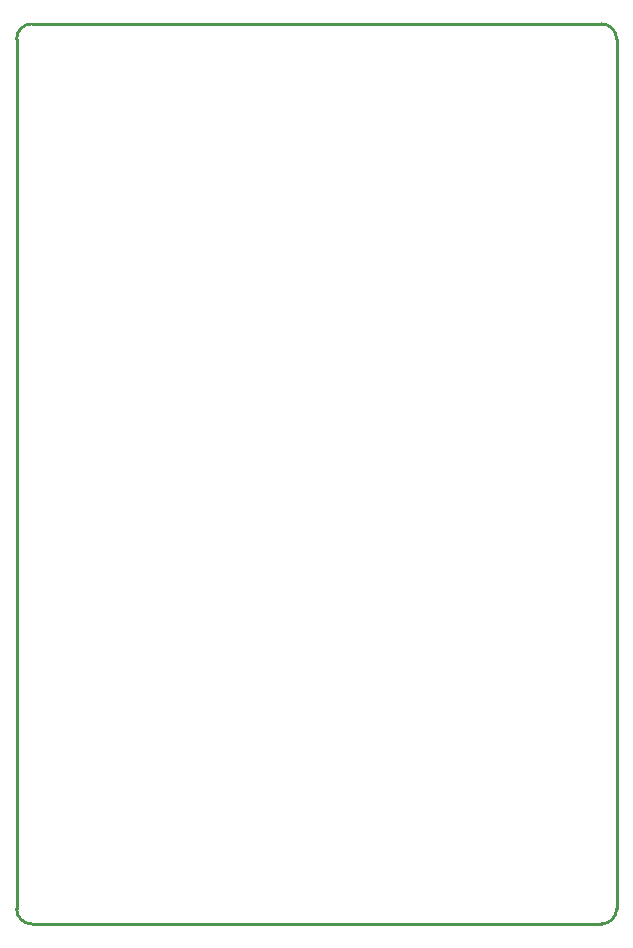
<source format=gm1>
G04*
G04 #@! TF.GenerationSoftware,Altium Limited,Altium Designer,19.1.8 (144)*
G04*
G04 Layer_Color=16711935*
%FSLAX25Y25*%
%MOIN*%
G70*
G01*
G75*
%ADD10C,0.01000*%
D10*
Y5000D02*
G03*
X5000Y0I5000J-0D01*
G01*
X5000Y300000D02*
G03*
X0Y295000I-0J-5000D01*
G01*
X200000Y295000D02*
G03*
X195000Y300000I-5000J0D01*
G01*
X195000Y0D02*
G03*
X200000Y5000I-0J5000D01*
G01*
X0Y5000D02*
Y295000D01*
X5000Y300000D02*
X195000D01*
X200000Y5000D02*
X200000Y295000D01*
X5000Y0D02*
X195000D01*
M02*

</source>
